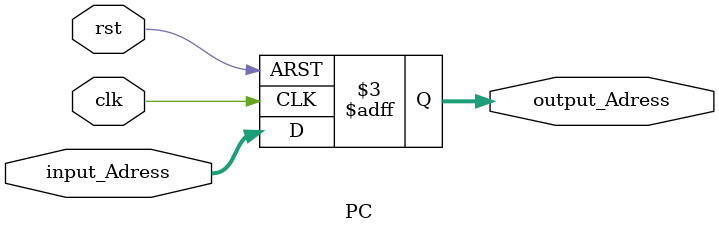
<source format=v>
module PC (
    input   wire    clk,
    input   wire    rst,
    input   wire    [31:0]      input_Adress,

    output  reg    [31:0]       output_Adress
);

    always @(posedge clk or negedge rst)
        begin
            if (!rst)
                begin
                    output_Adress <= 32'd0;
                end
            else
                begin
                    output_Adress <= input_Adress;
                end
        end
    
endmodule


</source>
